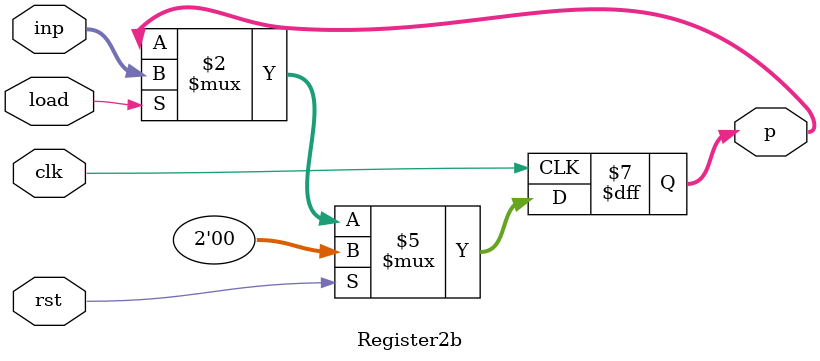
<source format=v>
module Register2b(
    clk, rst,
    load, inp,
    p
);

    input clk, rst, load;
    input [1:0] inp;
    output reg [1:0] p;

    always @(posedge clk)
    begin
        if(rst)
            p <= 2'b0;
        else if(load)
            p <= inp;
    end

endmodule



</source>
